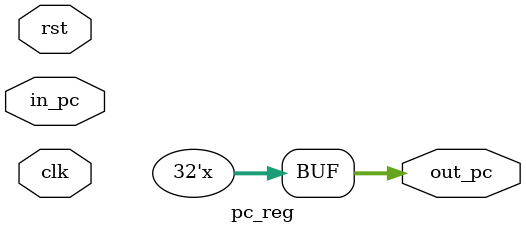
<source format=v>
module pc_reg(input clk,rst,input [31:0] in_pc,output reg [31:0] out_pc);
	reg [31:0] pc;
	always@(clk)begin
		if(rst)
			pc = 32'b0;
		else begin
			out_pc = pc;
			pc = in_pc;
		end
	end
endmodule

</source>
